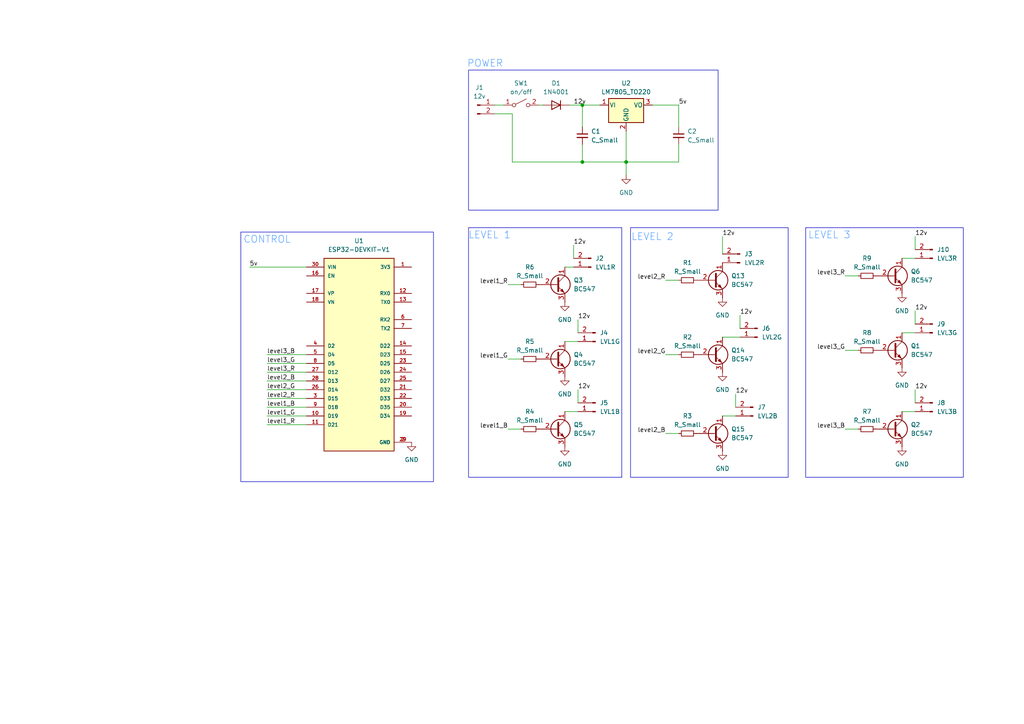
<source format=kicad_sch>
(kicad_sch (version 20231120) (generator "eeschema") (generator_version "8.0")
  (paper "A4")
  (lib_symbols
    (symbol "Connector:Conn_01x02_Pin" (pin_names (offset 1.016) hide)
      (property "Reference" "J" (at 0 2.54 0))
      (property "Value" "Conn_01x02_Pin" (at 0 -5.08 0))
      (symbol "Conn_01x02_Pin_1_1"
        (polyline (pts (xy 1.27 -2.54) (xy 0.8636 -2.54)) (stroke (width 0.1524)))
        (polyline (pts (xy 1.27 0) (xy 0.8636 0)) (stroke (width 0.1524)))
        (rectangle (start 0.8636 -2.413) (end 0 -2.667) (stroke (width 0.1524)) (fill (type outline)))
        (rectangle (start 0.8636 0.127) (end 0 -0.127) (stroke (width 0.1524)) (fill (type outline)))
        (pin passive line (at 5.08 0 180) (length 3.81) (name "Pin_1") (number "1"))
        (pin passive line (at 5.08 -2.54 180) (length 3.81) (name "Pin_2") (number "2"))
      )
    )
    (symbol "Device:C_Small" (pin_numbers hide) (pin_names (offset 0.254) hide)
      (property "Reference" "C" (at 0.254 1.778 0))
      (property "Value" "C_Small" (at 0.254 -2.032 0))
      (symbol "C_Small_0_1"
        (polyline (pts (xy -1.524 -0.508) (xy 1.524 -0.508)) (stroke (width 0.3302)))
        (polyline (pts (xy -1.524 0.508) (xy 1.524 0.508)) (stroke (width 0.3048)))
      )
      (symbol "C_Small_1_1"
        (pin passive line (at 0 2.54 270) (length 2.032) (name "~") (number "1"))
        (pin passive line (at 0 -2.54 90) (length 2.032) (name "~") (number "2"))
      )
    )
    (symbol "Device:R_Small" (pin_numbers hide) (pin_names (offset 0.254) hide)
      (property "Reference" "R" (at 0.762 0.508 0))
      (property "Value" "R_Small" (at 0.762 -1.016 0))
      (symbol "R_Small_0_1"
        (rectangle (start -0.762 1.778) (end 0.762 -1.778) (stroke (width 0.2032)))
      )
      (symbol "R_Small_1_1"
        (pin passive line (at 0 2.54 270) (length 0.762) (name "~") (number "1"))
        (pin passive line (at 0 -2.54 90) (length 0.762) (name "~") (number "2"))
      )
    )
    (symbol "Diode:1N4001" (pin_numbers hide) (pin_names hide)
      (property "Reference" "D" (at 0 2.54 0))
      (property "Value" "1N4001" (at 0 -2.54 0))
      (symbol "1N4001_0_1"
        (polyline (pts (xy -1.27 1.27) (xy -1.27 -1.27)) (stroke (width 0.254)))
        (polyline (pts (xy 1.27 0) (xy -1.27 0)))
        (polyline (pts (xy 1.27 1.27) (xy 1.27 -1.27) (xy -1.27 0) (xy 1.27 1.27)) (stroke (width 0.254)))
      )
      (symbol "1N4001_1_1"
        (pin passive line (at -3.81 0 0) (length 2.54) (name "K") (number "1"))
        (pin passive line (at 3.81 0 180) (length 2.54) (name "A") (number "2"))
      )
    )
    (symbol "ESP32-DEVKIT-V1:ESP32-DEVKIT-V1" (pin_names (offset 1.016))
      (property "Reference" "U" (at -10.16 30.48 0))
      (property "Value" "ESP32-DEVKIT-V1" (at -10.16 -30.48 0))
      (symbol "ESP32-DEVKIT-V1_0_0"
        (rectangle (start -10.16 -27.94) (end 10.16 27.94) (stroke (width 0.254)) (fill (type background)))
        (pin output line (at 15.24 25.4 180) (length 5.08) (name "3V3") (number "1"))
        (pin bidirectional line (at -15.24 -17.78 0) (length 5.08) (name "D19") (number "10"))
        (pin bidirectional line (at -15.24 -20.32 0) (length 5.08) (name "D21") (number "11"))
        (pin input line (at 15.24 17.78 180) (length 5.08) (name "RX0") (number "12"))
        (pin output line (at 15.24 15.24 180) (length 5.08) (name "TX0") (number "13"))
        (pin bidirectional line (at 15.24 2.54 180) (length 5.08) (name "D22") (number "14"))
        (pin bidirectional line (at 15.24 0 180) (length 5.08) (name "D23") (number "15"))
        (pin input line (at -15.24 22.86 0) (length 5.08) (name "EN") (number "16"))
        (pin bidirectional line (at -15.24 17.78 0) (length 5.08) (name "VP") (number "17"))
        (pin bidirectional line (at -15.24 15.24 0) (length 5.08) (name "VN") (number "18"))
        (pin bidirectional line (at 15.24 -17.78 180) (length 5.08) (name "D34") (number "19"))
        (pin power_in line (at 15.24 -25.4 180) (length 5.08) (name "GND") (number "2"))
        (pin bidirectional line (at 15.24 -15.24 180) (length 5.08) (name "D35") (number "20"))
        (pin bidirectional line (at 15.24 -10.16 180) (length 5.08) (name "D32") (number "21"))
        (pin bidirectional line (at 15.24 -12.7 180) (length 5.08) (name "D33") (number "22"))
        (pin bidirectional line (at 15.24 -2.54 180) (length 5.08) (name "D25") (number "23"))
        (pin bidirectional line (at 15.24 -5.08 180) (length 5.08) (name "D26") (number "24"))
        (pin bidirectional line (at 15.24 -7.62 180) (length 5.08) (name "D27") (number "25"))
        (pin bidirectional line (at -15.24 -10.16 0) (length 5.08) (name "D14") (number "26"))
        (pin bidirectional line (at -15.24 -5.08 0) (length 5.08) (name "D12") (number "27"))
        (pin bidirectional line (at -15.24 -7.62 0) (length 5.08) (name "D13") (number "28"))
        (pin power_in line (at 15.24 -25.4 180) (length 5.08) (name "GND") (number "29"))
        (pin bidirectional line (at -15.24 -12.7 0) (length 5.08) (name "D15") (number "3"))
        (pin input line (at -15.24 25.4 0) (length 5.08) (name "VIN") (number "30"))
        (pin bidirectional line (at -15.24 2.54 0) (length 5.08) (name "D2") (number "4"))
        (pin bidirectional line (at -15.24 0 0) (length 5.08) (name "D4") (number "5"))
        (pin input line (at 15.24 10.16 180) (length 5.08) (name "RX2") (number "6"))
        (pin output line (at 15.24 7.62 180) (length 5.08) (name "TX2") (number "7"))
        (pin bidirectional line (at -15.24 -2.54 0) (length 5.08) (name "D5") (number "8"))
        (pin bidirectional line (at -15.24 -15.24 0) (length 5.08) (name "D18") (number "9"))
      )
    )
    (symbol "Regulator_Linear:LM7805_TO220" (pin_names (offset 0.254))
      (property "Reference" "U" (at -3.81 3.175 0))
      (property "Value" "LM7805_TO220" (at 0 3.175 0))
      (symbol "LM7805_TO220_0_1"
        (rectangle (start -5.08 1.905) (end 5.08 -5.08) (stroke (width 0.254)) (fill (type background)))
      )
      (symbol "LM7805_TO220_1_1"
        (pin power_in line (at -7.62 0 0) (length 2.54) (name "VI") (number "1"))
        (pin power_in line (at 0 -7.62 90) (length 2.54) (name "GND") (number "2"))
        (pin power_out line (at 7.62 0 180) (length 2.54) (name "VO") (number "3"))
      )
    )
    (symbol "Switch:SW_SPST" (pin_names (offset 0) hide)
      (property "Reference" "SW" (at 0 3.175 0))
      (property "Value" "SW_SPST" (at 0 -2.54 0))
      (symbol "SW_SPST_0_0"
        (circle (center -2.032 0) (radius 0.508))
        (polyline (pts (xy -1.524 0.254) (xy 1.524 1.778)))
        (circle (center 2.032 0) (radius 0.508))
      )
      (symbol "SW_SPST_1_1"
        (pin passive line (at -5.08 0 0) (length 2.54) (name "A") (number "1"))
        (pin passive line (at 5.08 0 180) (length 2.54) (name "B") (number "2"))
      )
    )
    (symbol "Transistor_BJT:BC547" (pin_names (offset 0) hide)
      (property "Reference" "Q" (at 5.08 1.905 0))
      (property "Value" "BC547" (at 5.08 0 0))
      (symbol "BC547_0_1"
        (polyline (pts (xy 0 0) (xy 0.635 0)))
        (polyline (pts (xy 0.635 0.635) (xy 2.54 2.54)))
        (polyline (pts (xy 0.635 -0.635) (xy 2.54 -2.54) (xy 2.54 -2.54)))
        (polyline (pts (xy 0.635 1.905) (xy 0.635 -1.905) (xy 0.635 -1.905)) (stroke (width 0.508)))
        (polyline (pts (xy 1.27 -1.778) (xy 1.778 -1.27) (xy 2.286 -2.286) (xy 1.27 -1.778) (xy 1.27 -1.778)) (fill (type outline)))
        (circle (center 1.27 0) (radius 2.8194) (stroke (width 0.254)))
      )
      (symbol "BC547_1_1"
        (pin passive line (at 2.54 5.08 270) (length 2.54) (name "C") (number "1"))
        (pin input line (at -5.08 0 0) (length 5.08) (name "B") (number "2"))
        (pin passive line (at 2.54 -5.08 90) (length 2.54) (name "E") (number "3"))
      )
    )
    (symbol "power:GND" (power) (pin_numbers hide) (pin_names (offset 0) hide)
      (property "Value" "GND" (at 0 -3.81 0))
      (symbol "GND_0_1"
        (polyline (pts (xy 0 0) (xy 0 -1.27) (xy 1.27 -1.27) (xy 0 -2.54) (xy -1.27 -1.27) (xy 0 -1.27)))
      )
      (symbol "GND_1_1"
        (pin power_in line (at 0 0 270) (length 0) (name "~") (number "1"))
      )
    )
  )
  (junction (at 181.61 46.99))
  (junction (at 168.91 30.48))
  (junction (at 168.91 46.99))
  (wire (pts (xy 156.21 30.48) (xy 157.48 30.48)))
  (wire (pts (xy 189.23 30.48) (xy 196.85 30.48)))
  (wire (pts (xy 77.47 118.11) (xy 88.9 118.11)))
  (wire (pts (xy 214.63 97.79) (xy 209.55 97.79)))
  (wire (pts (xy 196.85 46.99) (xy 181.61 46.99)))
  (wire (pts (xy 147.32 104.14) (xy 151.13 104.14)))
  (wire (pts (xy 213.36 114.3) (xy 213.36 118.11)))
  (wire (pts (xy 245.11 101.6) (xy 248.92 101.6)))
  (wire (pts (xy 167.64 119.38) (xy 163.83 119.38)))
  (wire (pts (xy 196.85 30.48) (xy 196.85 36.83)))
  (wire (pts (xy 167.64 92.71) (xy 167.64 96.52)))
  (wire (pts (xy 168.91 46.99) (xy 181.61 46.99)))
  (wire (pts (xy 265.43 90.17) (xy 265.43 93.98)))
  (wire (pts (xy 168.91 41.91) (xy 168.91 46.99)))
  (wire (pts (xy 168.91 30.48) (xy 168.91 36.83)))
  (wire (pts (xy 167.64 113.03) (xy 167.64 116.84)))
  (wire (pts (xy 165.1 30.48) (xy 168.91 30.48)))
  (wire (pts (xy 181.61 38.1) (xy 181.61 46.99)))
  (wire (pts (xy 166.37 77.47) (xy 163.83 77.47)))
  (wire (pts (xy 77.47 115.57) (xy 88.9 115.57)))
  (wire (pts (xy 265.43 74.93) (xy 261.62 74.93)))
  (wire (pts (xy 147.32 124.46) (xy 151.13 124.46)))
  (wire (pts (xy 77.47 102.87) (xy 88.9 102.87)))
  (wire (pts (xy 147.32 82.55) (xy 151.13 82.55)))
  (wire (pts (xy 193.04 102.87) (xy 196.85 102.87)))
  (wire (pts (xy 77.47 107.95) (xy 88.9 107.95)))
  (wire (pts (xy 265.43 119.38) (xy 261.62 119.38)))
  (wire (pts (xy 77.47 120.65) (xy 88.9 120.65)))
  (wire (pts (xy 167.64 99.06) (xy 163.83 99.06)))
  (wire (pts (xy 265.43 96.52) (xy 261.62 96.52)))
  (wire (pts (xy 77.47 123.19) (xy 88.9 123.19)))
  (wire (pts (xy 209.55 120.65) (xy 213.36 120.65)))
  (wire (pts (xy 209.55 68.58) (xy 209.55 73.66)))
  (wire (pts (xy 265.43 68.58) (xy 265.43 72.39)))
  (wire (pts (xy 72.39 77.47) (xy 88.9 77.47)))
  (wire (pts (xy 196.85 41.91) (xy 196.85 46.99)))
  (wire (pts (xy 245.11 80.01) (xy 248.92 80.01)))
  (wire (pts (xy 77.47 105.41) (xy 88.9 105.41)))
  (wire (pts (xy 77.47 110.49) (xy 88.9 110.49)))
  (wire (pts (xy 181.61 46.99) (xy 181.61 50.8)))
  (wire (pts (xy 193.04 81.28) (xy 196.85 81.28)))
  (wire (pts (xy 148.59 33.02) (xy 148.59 46.99)))
  (wire (pts (xy 173.99 30.48) (xy 168.91 30.48)))
  (wire (pts (xy 148.59 46.99) (xy 168.91 46.99)))
  (wire (pts (xy 193.04 125.73) (xy 196.85 125.73)))
  (wire (pts (xy 166.37 71.12) (xy 166.37 74.93)))
  (wire (pts (xy 143.51 33.02) (xy 148.59 33.02)))
  (wire (pts (xy 214.63 91.44) (xy 214.63 95.25)))
  (wire (pts (xy 143.51 30.48) (xy 146.05 30.48)))
  (wire (pts (xy 245.11 124.46) (xy 248.92 124.46)))
  (wire (pts (xy 265.43 113.03) (xy 265.43 116.84)))
  (wire (pts (xy 77.47 113.03) (xy 88.9 113.03)))
  (rectangle (start 135.89 20.32) (end 208.28 60.96))
  (rectangle (start 135.89 66.04) (end 180.34 138.43))
  (rectangle (start 182.88 66.04) (end 228.6 138.43))
  (rectangle (start 233.68 66.04) (end 279.4 138.43))
  (rectangle (start 69.85 67.31) (end 125.73 139.7))
  (text "LEVEL 2\n" (at 189.23 68.834 0) (effects (font (size 2.032 2.032))))
  (text "POWER" (at 140.716 18.542 0) (effects (font (size 2.032 2.032))))
  (text "CONTROL\n" (at 77.47 69.596 0) (effects (font (size 2.032 2.032))))
  (text "LEVEL 3\n" (at 240.538 68.326 0) (effects (font (size 2.032 2.032))))
  (text "LEVEL 1" (at 141.986 68.326 0) (effects (font (size 2.032 2.032))))
  (label "level3_G" (at 245.11 101.6 180))
  (label "level3_B" (at 77.47 102.87 0))
  (label "level2_G" (at 193.04 102.87 180))
  (label "12v" (at 265.43 68.58 0))
  (label "level2_G" (at 77.47 113.03 0))
  (label "level1_B" (at 77.47 118.11 0))
  (label "level1_B" (at 147.32 124.46 180))
  (label "12v" (at 214.63 91.44 0))
  (label "level3_G" (at 77.47 105.41 0))
  (label "12v" (at 166.37 71.12 0))
  (label "5v" (at 196.85 30.48 0))
  (label "level2_B" (at 193.04 125.73 180))
  (label "level2_R" (at 193.04 81.28 180))
  (label "level2_B" (at 77.47 110.49 0))
  (label "level1_G" (at 147.32 104.14 180))
  (label "level3_B" (at 245.11 124.46 180))
  (label "12v" (at 167.64 92.71 0))
  (label "level3_R" (at 245.11 80.01 180))
  (label "5v" (at 72.39 77.47 0))
  (label "level1_R" (at 77.47 123.19 0))
  (label "12v" (at 167.64 113.03 0))
  (label "12v" (at 265.43 90.17 0))
  (label "12v" (at 265.43 113.03 0))
  (label "level2_R" (at 77.47 115.57 0))
  (label "12v" (at 166.37 30.48 0))
  (label "level3_R" (at 77.47 107.95 0))
  (label "12v" (at 213.36 114.3 0))
  (label "level1_R" (at 147.32 82.55 180))
  (label "level1_G" (at 77.47 120.65 0))
  (label "12v" (at 209.55 68.58 0))
  (symbol (lib_id "Device:R_Small") (at 199.39 125.73 90) (unit 1)
    (property "Reference" "R3" (at 199.39 120.65 90))
    (property "Value" "R_Small" (at 199.39 123.19 90))
    (property "Description" "Resistor, small symbol" (effects (hide yes)))
  )
  (symbol (lib_id "Device:R_Small") (at 153.67 104.14 90) (unit 1)
    (property "Reference" "R5" (at 153.67 99.06 90))
    (property "Value" "R_Small" (at 153.67 101.6 90))
    (property "Description" "Resistor, small symbol" (effects (hide yes)))
  )
  (symbol (lib_id "Device:R_Small") (at 199.39 81.28 90) (unit 1)
    (property "Reference" "R1" (at 199.39 76.2 90))
    (property "Value" "R_Small" (at 199.39 78.74 90))
    (property "Description" "Resistor, small symbol" (effects (hide yes)))
  )
  (symbol (lib_id "Transistor_BJT:BC547") (at 161.29 124.46 0) (unit 1)
    (property "Reference" "Q5" (at 166.37 123.1899 0) (effects (justify left)))
    (property "Value" "BC547" (at 166.37 125.7299 0) (effects (justify left)))
    (property "Footprint" "Package_TO_SOT_THT:TO-92_Inline" (effects (hide yes)))
    (property "Datasheet" "https://www.onsemi.com/pub/Collateral/BC550-D.pdf" (effects (hide yes)))
    (property "Description" "0.1A Ic, 45V Vce, Small Signal NPN Transistor, TO-92" (effects (hide yes)))
  )
  (symbol (lib_id "Diode:1N4001") (at 161.29 30.48 180) (unit 1)
    (property "Reference" "D1" (at 161.29 24.13 0))
    (property "Value" "1N4001" (at 161.29 26.67 0))
    (property "Footprint" "Diode_THT:D_DO-41_SOD81_P10.16mm_Horizontal" (effects (hide yes)))
    (property "Datasheet" "http://www.vishay.com/docs/88503/1n4001.pdf" (effects (hide yes)))
    (property "Description" "50V 1A General Purpose Rectifier Diode, DO-41" (effects (hide yes)))
    (property "Sim.Device" "D" (effects (hide yes)))
    (property "Sim.Pins" "1=K 2=A" (effects (hide yes)))
  )
  (symbol (lib_id "Device:C_Small") (at 168.91 39.37 0) (unit 1)
    (property "Reference" "C1" (at 171.45 38.1062 0) (effects (justify left)))
    (property "Value" "C_Small" (at 171.45 40.6462 0) (effects (justify left)))
    (property "Description" "Unpolarized capacitor, small symbol" (effects (hide yes)))
  )
  (symbol (lib_id "Device:R_Small") (at 153.67 82.55 90) (unit 1)
    (property "Reference" "R6" (at 153.67 77.47 90))
    (property "Value" "R_Small" (at 153.67 80.01 90))
    (property "Description" "Resistor, small symbol" (effects (hide yes)))
  )
  (symbol (lib_id "power:GND") (at 163.83 109.22 0) (unit 1)
    (property "Reference" "#PWR05" (effects (hide yes)))
    (property "Value" "GND" (at 163.83 114.3 0))
    (property "Description" "Power symbol creates a global label with name \"GND\" , ground" (effects (hide yes)))
  )
  (symbol (lib_id "Device:C_Small") (at 196.85 39.37 0) (unit 1)
    (property "Reference" "C2" (at 199.39 38.1062 0) (effects (justify left)))
    (property "Value" "C_Small" (at 199.39 40.6462 0) (effects (justify left)))
    (property "Description" "Unpolarized capacitor, small symbol" (effects (hide yes)))
  )
  (symbol (lib_id "Device:R_Small") (at 153.67 124.46 90) (unit 1)
    (property "Reference" "R4" (at 153.67 119.38 90))
    (property "Value" "R_Small" (at 153.67 121.92 90))
    (property "Description" "Resistor, small symbol" (effects (hide yes)))
  )
  (symbol (lib_id "Transistor_BJT:BC547") (at 259.08 80.01 0) (unit 1)
    (property "Reference" "Q6" (at 264.16 78.7399 0) (effects (justify left)))
    (property "Value" "BC547" (at 264.16 81.2799 0) (effects (justify left)))
    (property "Footprint" "Package_TO_SOT_THT:TO-92_Inline" (effects (hide yes)))
    (property "Datasheet" "https://www.onsemi.com/pub/Collateral/BC550-D.pdf" (effects (hide yes)))
    (property "Description" "0.1A Ic, 45V Vce, Small Signal NPN Transistor, TO-92" (effects (hide yes)))
  )
  (symbol (lib_id "Transistor_BJT:BC547") (at 207.01 102.87 0) (unit 1)
    (property "Reference" "Q14" (at 212.09 101.5999 0) (effects (justify left)))
    (property "Value" "BC547" (at 212.09 104.1399 0) (effects (justify left)))
    (property "Footprint" "Package_TO_SOT_THT:TO-92_Inline" (effects (hide yes)))
    (property "Datasheet" "https://www.onsemi.com/pub/Collateral/BC550-D.pdf" (effects (hide yes)))
    (property "Description" "0.1A Ic, 45V Vce, Small Signal NPN Transistor, TO-92" (effects (hide yes)))
  )
  (symbol (lib_id "Connector:Conn_01x02_Pin") (at 219.71 97.79 180) (unit 1)
    (property "Reference" "J6" (at 220.98 95.2499 0) (effects (justify right)))
    (property "Value" "LVL2G" (at 220.98 97.7899 0) (effects (justify right)))
    (property "Description" "Generic connector, single row, 01x02, script generated" (effects (hide yes)))
  )
  (symbol (lib_id "power:GND") (at 163.83 87.63 0) (unit 1)
    (property "Reference" "#PWR07" (effects (hide yes)))
    (property "Value" "GND" (at 163.83 92.71 0))
    (property "Description" "Power symbol creates a global label with name \"GND\" , ground" (effects (hide yes)))
  )
  (symbol (lib_id "power:GND") (at 261.62 106.68 0) (unit 1)
    (property "Reference" "#PWR011" (effects (hide yes)))
    (property "Value" "GND" (at 261.62 111.76 0))
    (property "Description" "Power symbol creates a global label with name \"GND\" , ground" (effects (hide yes)))
  )
  (symbol (lib_id "Transistor_BJT:BC547") (at 207.01 81.28 0) (unit 1)
    (property "Reference" "Q13" (at 212.09 80.0099 0) (effects (justify left)))
    (property "Value" "BC547" (at 212.09 82.5499 0) (effects (justify left)))
    (property "Footprint" "Package_TO_SOT_THT:TO-92_Inline" (effects (hide yes)))
    (property "Datasheet" "https://www.onsemi.com/pub/Collateral/BC550-D.pdf" (effects (hide yes)))
    (property "Description" "0.1A Ic, 45V Vce, Small Signal NPN Transistor, TO-92" (effects (hide yes)))
  )
  (symbol (lib_id "Connector:Conn_01x02_Pin") (at 218.44 120.65 180) (unit 1)
    (property "Reference" "J7" (at 219.71 118.1099 0) (effects (justify right)))
    (property "Value" "LVL2B" (at 219.71 120.6499 0) (effects (justify right)))
    (property "Description" "Generic connector, single row, 01x02, script generated" (effects (hide yes)))
  )
  (symbol (lib_id "Connector:Conn_01x02_Pin") (at 270.51 74.93 180) (unit 1)
    (property "Reference" "J10" (at 271.78 72.3899 0) (effects (justify right)))
    (property "Value" "LVL3R" (at 271.78 74.9299 0) (effects (justify right)))
    (property "Description" "Generic connector, single row, 01x02, script generated" (effects (hide yes)))
  )
  (symbol (lib_id "Transistor_BJT:BC547") (at 259.08 124.46 0) (unit 1)
    (property "Reference" "Q2" (at 264.16 123.1899 0) (effects (justify left)))
    (property "Value" "BC547" (at 264.16 125.7299 0) (effects (justify left)))
    (property "Footprint" "Package_TO_SOT_THT:TO-92_Inline" (effects (hide yes)))
    (property "Datasheet" "https://www.onsemi.com/pub/Collateral/BC550-D.pdf" (effects (hide yes)))
    (property "Description" "0.1A Ic, 45V Vce, Small Signal NPN Transistor, TO-92" (effects (hide yes)))
  )
  (symbol (lib_id "Transistor_BJT:BC547") (at 259.08 101.6 0) (unit 1)
    (property "Reference" "Q1" (at 264.16 100.3299 0) (effects (justify left)))
    (property "Value" "BC547" (at 264.16 102.8699 0) (effects (justify left)))
    (property "Footprint" "Package_TO_SOT_THT:TO-92_Inline" (effects (hide yes)))
    (property "Datasheet" "https://www.onsemi.com/pub/Collateral/BC550-D.pdf" (effects (hide yes)))
    (property "Description" "0.1A Ic, 45V Vce, Small Signal NPN Transistor, TO-92" (effects (hide yes)))
  )
  (symbol (lib_id "Device:R_Small") (at 251.46 101.6 90) (unit 1)
    (property "Reference" "R8" (at 251.46 96.52 90))
    (property "Value" "R_Small" (at 251.46 99.06 90))
    (property "Description" "Resistor, small symbol" (effects (hide yes)))
  )
  (symbol (lib_id "power:GND") (at 119.38 128.27 0) (unit 1)
    (property "Reference" "#PWR02" (effects (hide yes)))
    (property "Value" "GND" (at 119.38 133.35 0))
    (property "Description" "Power symbol creates a global label with name \"GND\" , ground" (effects (hide yes)))
  )
  (symbol (lib_id "power:GND") (at 261.62 85.09 0) (unit 1)
    (property "Reference" "#PWR013" (effects (hide yes)))
    (property "Value" "GND" (at 261.62 90.17 0))
    (property "Description" "Power symbol creates a global label with name \"GND\" , ground" (effects (hide yes)))
  )
  (symbol (lib_id "Device:R_Small") (at 199.39 102.87 90) (unit 1)
    (property "Reference" "R2" (at 199.39 97.79 90))
    (property "Value" "R_Small" (at 199.39 100.33 90))
    (property "Description" "Resistor, small symbol" (effects (hide yes)))
  )
  (symbol (lib_id "power:GND") (at 163.83 129.54 0) (unit 1)
    (property "Reference" "#PWR03" (effects (hide yes)))
    (property "Value" "GND" (at 163.83 134.62 0))
    (property "Description" "Power symbol creates a global label with name \"GND\" , ground" (effects (hide yes)))
  )
  (symbol (lib_id "power:GND") (at 181.61 50.8 0) (unit 1)
    (property "Reference" "#PWR01" (effects (hide yes)))
    (property "Value" "GND" (at 181.61 55.88 0))
    (property "Description" "Power symbol creates a global label with name \"GND\" , ground" (effects (hide yes)))
  )
  (symbol (lib_id "Transistor_BJT:BC547") (at 161.29 104.14 0) (unit 1)
    (property "Reference" "Q4" (at 166.37 102.8699 0) (effects (justify left)))
    (property "Value" "BC547" (at 166.37 105.4099 0) (effects (justify left)))
    (property "Footprint" "Package_TO_SOT_THT:TO-92_Inline" (effects (hide yes)))
    (property "Datasheet" "https://www.onsemi.com/pub/Collateral/BC550-D.pdf" (effects (hide yes)))
    (property "Description" "0.1A Ic, 45V Vce, Small Signal NPN Transistor, TO-92" (effects (hide yes)))
  )
  (symbol (lib_id "Transistor_BJT:BC547") (at 207.01 125.73 0) (unit 1)
    (property "Reference" "Q15" (at 212.09 124.4599 0) (effects (justify left)))
    (property "Value" "BC547" (at 212.09 126.9999 0) (effects (justify left)))
    (property "Footprint" "Package_TO_SOT_THT:TO-92_Inline" (effects (hide yes)))
    (property "Datasheet" "https://www.onsemi.com/pub/Collateral/BC550-D.pdf" (effects (hide yes)))
    (property "Description" "0.1A Ic, 45V Vce, Small Signal NPN Transistor, TO-92" (effects (hide yes)))
  )
  (symbol (lib_id "power:GND") (at 261.62 129.54 0) (unit 1)
    (property "Reference" "#PWR09" (effects (hide yes)))
    (property "Value" "GND" (at 261.62 134.62 0))
    (property "Description" "Power symbol creates a global label with name \"GND\" , ground" (effects (hide yes)))
  )
  (symbol (lib_id "Connector:Conn_01x02_Pin") (at 172.72 119.38 180) (unit 1)
    (property "Reference" "J5" (at 173.99 116.8399 0) (effects (justify right)))
    (property "Value" "LVL1B" (at 173.99 119.3799 0) (effects (justify right)))
    (property "Description" "Generic connector, single row, 01x02, script generated" (effects (hide yes)))
  )
  (symbol (lib_id "power:GND") (at 209.55 130.81 0) (unit 1)
    (property "Reference" "#PWR017" (effects (hide yes)))
    (property "Value" "GND" (at 209.55 135.89 0))
    (property "Description" "Power symbol creates a global label with name \"GND\" , ground" (effects (hide yes)))
  )
  (symbol (lib_id "Connector:Conn_01x02_Pin") (at 270.51 119.38 180) (unit 1)
    (property "Reference" "J8" (at 271.78 116.8399 0) (effects (justify right)))
    (property "Value" "LVL3B" (at 271.78 119.3799 0) (effects (justify right)))
    (property "Description" "Generic connector, single row, 01x02, script generated" (effects (hide yes)))
  )
  (symbol (lib_id "Connector:Conn_01x02_Pin") (at 171.45 77.47 180) (unit 1)
    (property "Reference" "J2" (at 172.72 74.9299 0) (effects (justify right)))
    (property "Value" "LVL1R" (at 172.72 77.4699 0) (effects (justify right)))
    (property "Description" "Generic connector, single row, 01x02, script generated" (effects (hide yes)))
  )
  (symbol (lib_id "Connector:Conn_01x02_Pin") (at 172.72 99.06 180) (unit 1)
    (property "Reference" "J4" (at 173.99 96.5199 0) (effects (justify right)))
    (property "Value" "LVL1G" (at 173.99 99.0599 0) (effects (justify right)))
    (property "Description" "Generic connector, single row, 01x02, script generated" (effects (hide yes)))
  )
  (symbol (lib_id "power:GND") (at 209.55 107.95 0) (unit 1)
    (property "Reference" "#PWR016" (effects (hide yes)))
    (property "Value" "GND" (at 209.55 113.03 0))
    (property "Description" "Power symbol creates a global label with name \"GND\" , ground" (effects (hide yes)))
  )
  (symbol (lib_id "Device:R_Small") (at 251.46 80.01 90) (unit 1)
    (property "Reference" "R9" (at 251.46 74.93 90))
    (property "Value" "R_Small" (at 251.46 77.47 90))
    (property "Description" "Resistor, small symbol" (effects (hide yes)))
  )
  (symbol (lib_id "Device:R_Small") (at 251.46 124.46 90) (unit 1)
    (property "Reference" "R7" (at 251.46 119.38 90))
    (property "Value" "R_Small" (at 251.46 121.92 90))
    (property "Description" "Resistor, small symbol" (effects (hide yes)))
  )
  (symbol (lib_id "Switch:SW_SPST") (at 151.13 30.48 0) (unit 1)
    (property "Reference" "SW1" (at 151.13 24.13 0))
    (property "Value" "on/off" (at 151.13 26.67 0))
    (property "Description" "Single Pole Single Throw (SPST) switch" (effects (hide yes)))
  )
  (symbol (lib_id "Transistor_BJT:BC547") (at 161.29 82.55 0) (unit 1)
    (property "Reference" "Q3" (at 166.37 81.2799 0) (effects (justify left)))
    (property "Value" "BC547" (at 166.37 83.8199 0) (effects (justify left)))
    (property "Footprint" "Package_TO_SOT_THT:TO-92_Inline" (effects (hide yes)))
    (property "Datasheet" "https://www.onsemi.com/pub/Collateral/BC550-D.pdf" (effects (hide yes)))
    (property "Description" "0.1A Ic, 45V Vce, Small Signal NPN Transistor, TO-92" (effects (hide yes)))
  )
  (symbol (lib_id "Regulator_Linear:LM7805_TO220") (at 181.61 30.48 0) (unit 1)
    (property "Reference" "U2" (at 181.61 24.13 0))
    (property "Value" "LM7805_TO220" (at 181.61 26.67 0))
    (property "Footprint" "Package_TO_SOT_THT:TO-220-3_Vertical" (effects (hide yes)))
    (property "Datasheet" "https://www.onsemi.cn/PowerSolutions/document/MC7800-D.PDF" (effects (hide yes)))
    (property "Description" "Positive 1A 35V Linear Regulator, Fixed Output 5V, TO-220" (effects (hide yes)))
  )
  (symbol (lib_id "ESP32-DEVKIT-V1:ESP32-DEVKIT-V1") (at 104.14 102.87 0) (unit 1)
    (property "Reference" "U1" (at 104.14 69.85 0))
    (property "Value" "ESP32-DEVKIT-V1" (at 104.14 72.39 0))
    (property "Footprint" "ESP32-DEVKIT-V1:MODULE_ESP32_DEVKIT_V1" (effects (hide yes)))
    (property "MF" "Do it" (effects (hide yes)))
    (property "MAXIMUM_PACKAGE_HEIGHT" "6.8 mm" (effects (hide yes)))
    (property "Package" "None" (effects (hide yes)))
    (property "Price" "None" (effects (hide yes)))
    (property "Check_prices" "https://www.snapeda.com/parts/ESP32-DEVKIT-V1/Do+it/view-part/?ref=eda" (effects (hide yes)))
    (property "STANDARD" "Manufacturer Recommendations" (effects (hide yes)))
    (property "PARTREV" "N/A" (effects (hide yes)))
    (property "SnapEDA_Link" "https://www.snapeda.com/parts/ESP32-DEVKIT-V1/Do+it/view-part/?ref=snap" (effects (hide yes)))
    (property "MP" "ESP32-DEVKIT-V1" (effects (hide yes)))
    (property "Description_1" "\nDual core, Wi-Fi: 2.4 GHz up to 150 Mbits/s,BLE (Bluetooth Low Energy) and legacy Bluetooth, 32 bits, Up to 240 MHz\n" (effects (hide yes)))
    (property "Availability" "Not in stock" (effects (hide yes)))
    (property "MANUFACTURER" "DOIT" (effects (hide yes)))
  )
  (symbol (lib_id "Connector:Conn_01x02_Pin") (at 138.43 30.48 0) (unit 1)
    (property "Reference" "J1" (at 139.065 25.4 0))
    (property "Value" "12v" (at 139.065 27.94 0))
    (property "Description" "Generic connector, single row, 01x02, script generated" (effects (hide yes)))
  )
  (symbol (lib_id "Connector:Conn_01x02_Pin") (at 270.51 96.52 180) (unit 1)
    (property "Reference" "J9" (at 271.78 93.9799 0) (effects (justify right)))
    (property "Value" "LVL3G" (at 271.78 96.5199 0) (effects (justify right)))
    (property "Description" "Generic connector, single row, 01x02, script generated" (effects (hide yes)))
  )
  (symbol (lib_id "Connector:Conn_01x02_Pin") (at 214.63 76.2 180) (unit 1)
    (property "Reference" "J3" (at 215.9 73.6599 0) (effects (justify right)))
    (property "Value" "LVL2R" (at 215.9 76.1999 0) (effects (justify right)))
    (property "Description" "Generic connector, single row, 01x02, script generated" (effects (hide yes)))
  )
  (symbol (lib_id "power:GND") (at 209.55 86.36 0) (unit 1)
    (property "Reference" "#PWR015" (effects (hide yes)))
    (property "Value" "GND" (at 209.55 91.44 0))
    (property "Description" "Power symbol creates a global label with name \"GND\" , ground" (effects (hide yes)))
  )
)
</source>
